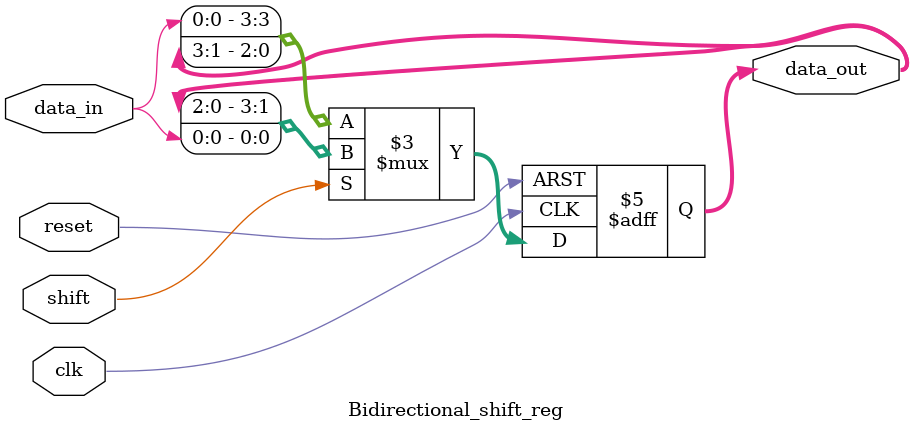
<source format=v>
`timescale 1ns / 1ps

module Bidirectional_shift_reg(clk,reset,shift,data_in,data_out);
input clk,reset,shift,data_in;
output reg [3:0]data_out;

always@(posedge clk or posedge reset)
begin
if(reset)
data_out<=4'b0000;
else

begin
if(shift)
data_out<={data_out[2:0],data_in};
else
data_out<={data_in,data_out[3:1]};
end
end
endmodule

</source>
